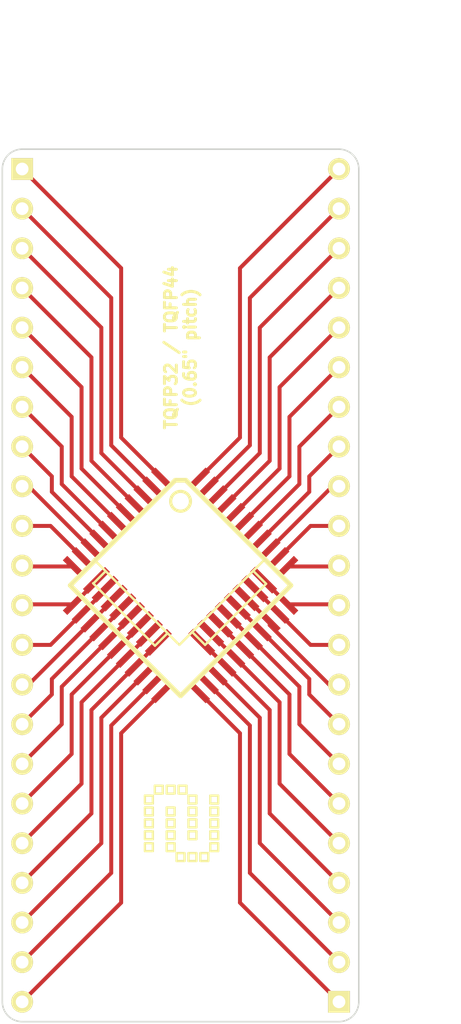
<source format=kicad_pcb>
(kicad_pcb (version 3) (host pcbnew "(22-Jun-2014 BZR 4027)-stable")

  (general
    (links 60)
    (no_connects 0)
    (area 0 0 0 0)
    (thickness 1.6)
    (drawings 12)
    (tracks 153)
    (zones 0)
    (modules 5)
    (nets 45)
  )

  (page A3)
  (layers
    (15 F.Cu signal)
    (0 B.Cu signal)
    (16 B.Adhes user)
    (17 F.Adhes user)
    (18 B.Paste user)
    (19 F.Paste user)
    (20 B.SilkS user)
    (21 F.SilkS user)
    (22 B.Mask user)
    (23 F.Mask user)
    (24 Dwgs.User user)
    (25 Cmts.User user)
    (26 Eco1.User user)
    (27 Eco2.User user)
    (28 Edge.Cuts user)
  )

  (setup
    (last_trace_width 0.254)
    (trace_clearance 0.254)
    (zone_clearance 0.508)
    (zone_45_only no)
    (trace_min 0.254)
    (segment_width 0.2)
    (edge_width 0.1)
    (via_size 0.889)
    (via_drill 0.635)
    (via_min_size 0.889)
    (via_min_drill 0.508)
    (uvia_size 0.508)
    (uvia_drill 0.127)
    (uvias_allowed no)
    (uvia_min_size 0.508)
    (uvia_min_drill 0.127)
    (pcb_text_width 0.3)
    (pcb_text_size 1.5 1.5)
    (mod_edge_width 0.15)
    (mod_text_size 1 1)
    (mod_text_width 0.15)
    (pad_size 0.4064 2.032)
    (pad_drill 0)
    (pad_to_mask_clearance 0)
    (aux_axis_origin 0 0)
    (visible_elements FFFFFFBF)
    (pcbplotparams
      (layerselection 3178497)
      (usegerberextensions true)
      (excludeedgelayer true)
      (linewidth 0.150000)
      (plotframeref false)
      (viasonmask false)
      (mode 1)
      (useauxorigin false)
      (hpglpennumber 1)
      (hpglpenspeed 20)
      (hpglpendiameter 15)
      (hpglpenoverlay 2)
      (psnegative false)
      (psa4output false)
      (plotreference true)
      (plotvalue true)
      (plotothertext true)
      (plotinvisibletext false)
      (padsonsilk false)
      (subtractmaskfromsilk false)
      (outputformat 1)
      (mirror false)
      (drillshape 1)
      (scaleselection 1)
      (outputdirectory ""))
  )

  (net 0 "")
  (net 1 N-000001)
  (net 2 N-0000010)
  (net 3 N-0000011)
  (net 4 N-0000012)
  (net 5 N-0000013)
  (net 6 N-0000014)
  (net 7 N-0000015)
  (net 8 N-0000016)
  (net 9 N-0000017)
  (net 10 N-0000018)
  (net 11 N-0000019)
  (net 12 N-000002)
  (net 13 N-0000020)
  (net 14 N-0000021)
  (net 15 N-0000022)
  (net 16 N-0000023)
  (net 17 N-0000024)
  (net 18 N-0000025)
  (net 19 N-0000026)
  (net 20 N-0000027)
  (net 21 N-0000028)
  (net 22 N-0000029)
  (net 23 N-000003)
  (net 24 N-0000030)
  (net 25 N-0000031)
  (net 26 N-0000032)
  (net 27 N-0000033)
  (net 28 N-0000034)
  (net 29 N-0000035)
  (net 30 N-0000036)
  (net 31 N-0000037)
  (net 32 N-0000038)
  (net 33 N-0000039)
  (net 34 N-000004)
  (net 35 N-0000040)
  (net 36 N-0000041)
  (net 37 N-0000042)
  (net 38 N-0000043)
  (net 39 N-0000044)
  (net 40 N-000005)
  (net 41 N-000006)
  (net 42 N-000007)
  (net 43 N-000008)
  (net 44 N-000009)

  (net_class Default "This is the default net class."
    (clearance 0.254)
    (trace_width 0.254)
    (via_dia 0.889)
    (via_drill 0.635)
    (uvia_dia 0.508)
    (uvia_drill 0.127)
    (add_net "")
    (add_net N-000001)
    (add_net N-0000010)
    (add_net N-0000011)
    (add_net N-0000012)
    (add_net N-0000013)
    (add_net N-0000014)
    (add_net N-0000015)
    (add_net N-0000016)
    (add_net N-0000017)
    (add_net N-0000018)
    (add_net N-0000019)
    (add_net N-000002)
    (add_net N-0000020)
    (add_net N-0000021)
    (add_net N-0000022)
    (add_net N-0000023)
    (add_net N-0000024)
    (add_net N-0000025)
    (add_net N-0000026)
    (add_net N-0000027)
    (add_net N-0000028)
    (add_net N-0000029)
    (add_net N-000003)
    (add_net N-0000030)
    (add_net N-0000031)
    (add_net N-0000032)
    (add_net N-0000033)
    (add_net N-0000034)
    (add_net N-0000035)
    (add_net N-0000036)
    (add_net N-0000037)
    (add_net N-0000038)
    (add_net N-0000039)
    (add_net N-000004)
    (add_net N-0000040)
    (add_net N-0000041)
    (add_net N-0000042)
    (add_net N-0000043)
    (add_net N-0000044)
    (add_net N-000005)
    (add_net N-000006)
    (add_net N-000007)
    (add_net N-000008)
    (add_net N-000009)
  )

  (module TQFP32 (layer F.Cu) (tedit 54DC26CB) (tstamp 54DC2EB3)
    (at 78.7146 77.0382 315)
    (path /54DC2180)
    (fp_text reference K4 (at 0 -1.27 315) (layer F.SilkS) hide
      (effects (font (size 1.27 1.016) (thickness 0.2032)))
    )
    (fp_text value PINS_32 (at 0 1.905 315) (layer F.SilkS) hide
      (effects (font (size 1.27 1.016) (thickness 0.2032)))
    )
    (fp_line (start 5.0292 2.7686) (end 3.8862 2.7686) (layer F.SilkS) (width 0.1524))
    (fp_line (start 5.0292 -2.7686) (end 3.9116 -2.7686) (layer F.SilkS) (width 0.1524))
    (fp_line (start 5.0292 2.7686) (end 5.0292 -2.7686) (layer F.SilkS) (width 0.1524))
    (fp_line (start 2.794 3.9624) (end 2.794 5.0546) (layer F.SilkS) (width 0.1524))
    (fp_line (start -2.8194 3.9878) (end -2.8194 5.0546) (layer F.SilkS) (width 0.1524))
    (fp_line (start -2.8448 5.0546) (end 2.794 5.08) (layer F.SilkS) (width 0.1524))
    (fp_line (start 3.8608 3.937) (end 3.8608 -3.7846) (layer F.SilkS) (width 0.1524))
    (fp_line (start -3.8862 3.937) (end 3.7338 3.937) (layer F.SilkS) (width 0.1524))
    (pad 24 smd rect (at 4.7498 -2.8194 315) (size 1.99898 0.44958)
      (layers F.Cu F.Paste F.Mask)
      (net 22 N-0000029)
    )
    (pad 17 smd rect (at 4.7498 2.794 315) (size 1.99898 0.44958)
      (layers F.Cu F.Paste F.Mask)
      (net 28 N-0000034)
    )
    (pad 18 smd rect (at 4.7498 1.9812 315) (size 1.99898 0.44958)
      (layers F.Cu F.Paste F.Mask)
      (net 5 N-0000013)
    )
    (pad 19 smd rect (at 4.7498 1.1684 315) (size 1.99898 0.44958)
      (layers F.Cu F.Paste F.Mask)
      (net 7 N-0000015)
    )
    (pad 20 smd rect (at 4.7498 0.381 315) (size 1.99898 0.44958)
      (layers F.Cu F.Paste F.Mask)
      (net 27 N-0000033)
    )
    (pad 21 smd rect (at 4.7498 -0.4318 315) (size 1.99898 0.44958)
      (layers F.Cu F.Paste F.Mask)
      (net 26 N-0000032)
    )
    (pad 22 smd rect (at 4.7498 -1.2192 315) (size 1.99898 0.44958)
      (layers F.Cu F.Paste F.Mask)
      (net 25 N-0000031)
    )
    (pad 23 smd rect (at 4.7498 -2.032 315) (size 1.99898 0.44958)
      (layers F.Cu F.Paste F.Mask)
      (net 15 N-0000022)
    )
    (pad 9 smd rect (at -2.8194 4.7752 315) (size 0.44958 1.99898)
      (layers F.Cu F.Paste F.Mask)
      (net 39 N-0000044)
    )
    (pad 10 smd rect (at -2.032 4.7752 315) (size 0.44958 1.99898)
      (layers F.Cu F.Paste F.Mask)
      (net 24 N-0000030)
    )
    (pad 11 smd rect (at -1.2192 4.7752 315) (size 0.44958 1.99898)
      (layers F.Cu F.Paste F.Mask)
      (net 16 N-0000023)
    )
    (pad 12 smd rect (at -0.4318 4.7752 315) (size 0.44958 1.99898)
      (layers F.Cu F.Paste F.Mask)
      (net 17 N-0000024)
    )
    (pad 13 smd rect (at 0.3556 4.7752 315) (size 0.44958 1.99898)
      (layers F.Cu F.Paste F.Mask)
      (net 18 N-0000025)
    )
    (pad 14 smd rect (at 1.1684 4.7752 315) (size 0.44958 1.99898)
      (layers F.Cu F.Paste F.Mask)
      (net 19 N-0000026)
    )
    (pad 15 smd rect (at 1.9812 4.7752 315) (size 0.44958 1.99898)
      (layers F.Cu F.Paste F.Mask)
      (net 20 N-0000027)
    )
    (pad 16 smd rect (at 2.794 4.7752 315) (size 0.44958 1.99898)
      (layers F.Cu F.Paste F.Mask)
      (net 21 N-0000028)
    )
    (model smd/tqfp32.wrl
      (at (xyz 0 0 0))
      (scale (xyz 1 1 1))
      (rotate (xyz 0 0 0))
    )
  )

  (module SIL-18 (layer F.Cu) (tedit 54DC1445) (tstamp 54DC140A)
    (at 88.9 83.82 90)
    (descr "Connecteur 18 pins")
    (tags "CONN DEV")
    (path /54DC1C5C)
    (fp_text reference K3 (at -12.7 -2.54 90) (layer F.SilkS) hide
      (effects (font (size 1.72974 1.08712) (thickness 0.27178)))
    )
    (fp_text value PINS_22 (at 8.89 -2.54 90) (layer F.SilkS) hide
      (effects (font (size 1.524 1.016) (thickness 0.254)))
    )
    (pad 1 thru_hole rect (at -21.59 0 90) (size 1.397 1.397) (drill 0.8128)
      (layers *.Cu *.Mask F.SilkS)
      (net 41 N-000006)
    )
    (pad 2 thru_hole circle (at -19.05 0 90) (size 1.397 1.397) (drill 0.8128)
      (layers *.Cu *.Mask F.SilkS)
      (net 1 N-000001)
    )
    (pad 3 thru_hole circle (at -16.51 0 90) (size 1.397 1.397) (drill 0.8128)
      (layers *.Cu *.Mask F.SilkS)
      (net 12 N-000002)
    )
    (pad 4 thru_hole circle (at -13.97 0 90) (size 1.397 1.397) (drill 0.8128)
      (layers *.Cu *.Mask F.SilkS)
      (net 28 N-0000034)
    )
    (pad 5 thru_hole circle (at -11.43 0 90) (size 1.397 1.397) (drill 0.8128)
      (layers *.Cu *.Mask F.SilkS)
      (net 5 N-0000013)
    )
    (pad 6 thru_hole circle (at -8.89 0 90) (size 1.397 1.397) (drill 0.8128)
      (layers *.Cu *.Mask F.SilkS)
      (net 7 N-0000015)
    )
    (pad 7 thru_hole circle (at -6.35 0 90) (size 1.397 1.397) (drill 0.8128)
      (layers *.Cu *.Mask F.SilkS)
      (net 27 N-0000033)
    )
    (pad 8 thru_hole circle (at -3.81 0 90) (size 1.397 1.397) (drill 0.8128)
      (layers *.Cu *.Mask F.SilkS)
      (net 26 N-0000032)
    )
    (pad 9 thru_hole circle (at -1.27 0 90) (size 1.397 1.397) (drill 0.8128)
      (layers *.Cu *.Mask F.SilkS)
      (net 25 N-0000031)
    )
    (pad 10 thru_hole circle (at 1.27 0 90) (size 1.397 1.397) (drill 0.8128)
      (layers *.Cu *.Mask F.SilkS)
      (net 15 N-0000022)
    )
    (pad 11 thru_hole circle (at 3.81 0 90) (size 1.397 1.397) (drill 0.8128)
      (layers *.Cu *.Mask F.SilkS)
      (net 22 N-0000029)
    )
    (pad 12 thru_hole circle (at 6.35 0 90) (size 1.397 1.397) (drill 0.8128)
      (layers *.Cu *.Mask F.SilkS)
      (net 23 N-000003)
    )
    (pad 13 thru_hole circle (at 8.89 0 90) (size 1.397 1.397) (drill 0.8128)
      (layers *.Cu *.Mask F.SilkS)
      (net 34 N-000004)
    )
    (pad 14 thru_hole circle (at 11.43 0 90) (size 1.397 1.397) (drill 0.8128)
      (layers *.Cu *.Mask F.SilkS)
      (net 40 N-000005)
    )
    (pad 15 thru_hole circle (at 13.97 0 90) (size 1.397 1.397) (drill 0.8128)
      (layers *.Cu *.Mask F.SilkS)
      (net 38 N-0000043)
    )
    (pad 16 thru_hole circle (at 16.51 0 90) (size 1.397 1.397) (drill 0.8128)
      (layers *.Cu *.Mask F.SilkS)
      (net 37 N-0000042)
    )
    (pad 17 thru_hole circle (at 19.05 0 90) (size 1.397 1.397) (drill 0.8128)
      (layers *.Cu *.Mask F.SilkS)
      (net 4 N-0000012)
    )
    (pad 18 thru_hole circle (at 21.59 0 90) (size 1.397 1.397) (drill 0.8128)
      (layers *.Cu *.Mask F.SilkS)
      (net 6 N-0000014)
    )
    (pad 19 thru_hole circle (at 24.13 0 90) (size 1.397 1.397) (drill 0.8128)
      (layers *.Cu *.Mask F.SilkS)
      (net 8 N-0000016)
    )
    (pad 20 thru_hole circle (at 26.67 0 90) (size 1.397 1.397) (drill 0.8128)
      (layers *.Cu *.Mask F.SilkS)
      (net 29 N-0000035)
    )
    (pad 21 thru_hole circle (at 29.21 0 90) (size 1.397 1.397) (drill 0.8128)
      (layers *.Cu *.Mask F.SilkS)
      (net 36 N-0000041)
    )
    (pad 22 thru_hole circle (at 31.75 0 90) (size 1.397 1.397) (drill 0.8128)
      (layers *.Cu *.Mask F.SilkS)
      (net 35 N-0000040)
    )
  )

  (module SIL-18 (layer F.Cu) (tedit 54DC1407) (tstamp 54DC13EF)
    (at 68.58 73.66 270)
    (descr "Connecteur 18 pins")
    (tags "CONN DEV")
    (path /54DC1C4F)
    (fp_text reference K2 (at -12.7 -2.54 270) (layer F.SilkS) hide
      (effects (font (size 1.72974 1.08712) (thickness 0.27178)))
    )
    (fp_text value PINS_22 (at 8.89 -2.54 270) (layer F.SilkS) hide
      (effects (font (size 1.524 1.016) (thickness 0.254)))
    )
    (pad 1 thru_hole rect (at -21.59 0 270) (size 1.397 1.397) (drill 0.8128)
      (layers *.Cu *.Mask F.SilkS)
      (net 42 N-000007)
    )
    (pad 2 thru_hole circle (at -19.05 0 270) (size 1.397 1.397) (drill 0.8128)
      (layers *.Cu *.Mask F.SilkS)
      (net 43 N-000008)
    )
    (pad 3 thru_hole circle (at -16.51 0 270) (size 1.397 1.397) (drill 0.8128)
      (layers *.Cu *.Mask F.SilkS)
      (net 44 N-000009)
    )
    (pad 4 thru_hole circle (at -13.97 0 270) (size 1.397 1.397) (drill 0.8128)
      (layers *.Cu *.Mask F.SilkS)
      (net 2 N-0000010)
    )
    (pad 5 thru_hole circle (at -11.43 0 270) (size 1.397 1.397) (drill 0.8128)
      (layers *.Cu *.Mask F.SilkS)
      (net 30 N-0000036)
    )
    (pad 6 thru_hole circle (at -8.89 0 270) (size 1.397 1.397) (drill 0.8128)
      (layers *.Cu *.Mask F.SilkS)
      (net 31 N-0000037)
    )
    (pad 7 thru_hole circle (at -6.35 0 270) (size 1.397 1.397) (drill 0.8128)
      (layers *.Cu *.Mask F.SilkS)
      (net 32 N-0000038)
    )
    (pad 8 thru_hole circle (at -3.81 0 270) (size 1.397 1.397) (drill 0.8128)
      (layers *.Cu *.Mask F.SilkS)
      (net 33 N-0000039)
    )
    (pad 9 thru_hole circle (at -1.27 0 270) (size 1.397 1.397) (drill 0.8128)
      (layers *.Cu *.Mask F.SilkS)
      (net 3 N-0000011)
    )
    (pad 10 thru_hole circle (at 1.27 0 270) (size 1.397 1.397) (drill 0.8128)
      (layers *.Cu *.Mask F.SilkS)
      (net 9 N-0000017)
    )
    (pad 11 thru_hole circle (at 3.81 0 270) (size 1.397 1.397) (drill 0.8128)
      (layers *.Cu *.Mask F.SilkS)
      (net 10 N-0000018)
    )
    (pad 12 thru_hole circle (at 6.35 0 270) (size 1.397 1.397) (drill 0.8128)
      (layers *.Cu *.Mask F.SilkS)
      (net 39 N-0000044)
    )
    (pad 13 thru_hole circle (at 8.89 0 270) (size 1.397 1.397) (drill 0.8128)
      (layers *.Cu *.Mask F.SilkS)
      (net 24 N-0000030)
    )
    (pad 14 thru_hole circle (at 11.43 0 270) (size 1.397 1.397) (drill 0.8128)
      (layers *.Cu *.Mask F.SilkS)
      (net 16 N-0000023)
    )
    (pad 15 thru_hole circle (at 13.97 0 270) (size 1.397 1.397) (drill 0.8128)
      (layers *.Cu *.Mask F.SilkS)
      (net 17 N-0000024)
    )
    (pad 16 thru_hole circle (at 16.51 0 270) (size 1.397 1.397) (drill 0.8128)
      (layers *.Cu *.Mask F.SilkS)
      (net 18 N-0000025)
    )
    (pad 17 thru_hole circle (at 19.05 0 270) (size 1.397 1.397) (drill 0.8128)
      (layers *.Cu *.Mask F.SilkS)
      (net 19 N-0000026)
    )
    (pad 18 thru_hole circle (at 21.59 0 270) (size 1.397 1.397) (drill 0.8128)
      (layers *.Cu *.Mask F.SilkS)
      (net 20 N-0000027)
    )
    (pad 19 thru_hole circle (at 24.13 0 270) (size 1.397 1.397) (drill 0.8128)
      (layers *.Cu *.Mask F.SilkS)
      (net 21 N-0000028)
    )
    (pad 20 thru_hole circle (at 26.67 0 270) (size 1.397 1.397) (drill 0.8128)
      (layers *.Cu *.Mask F.SilkS)
      (net 11 N-0000019)
    )
    (pad 21 thru_hole circle (at 29.21 0 270) (size 1.397 1.397) (drill 0.8128)
      (layers *.Cu *.Mask F.SilkS)
      (net 13 N-0000020)
    )
    (pad 22 thru_hole circle (at 31.75 0 270) (size 1.397 1.397) (drill 0.8128)
      (layers *.Cu *.Mask F.SilkS)
      (net 14 N-0000021)
    )
  )

  (module TQFP44 (layer F.Cu) (tedit 54DC237F) (tstamp 54DC13D4)
    (at 78.74 78.74 315)
    (path /54DC1C40)
    (attr smd)
    (fp_text reference K1 (at 0 -1.905 315) (layer F.SilkS) hide
      (effects (font (size 1.524 1.016) (thickness 0.2032)))
    )
    (fp_text value PINS_44 (at 0 1.905 315) (layer F.SilkS) hide
      (effects (font (size 1.524 1.016) (thickness 0.2032)))
    )
    (fp_line (start 5.0038 -5.0038) (end 5.0038 5.0038) (layer F.SilkS) (width 0.3048))
    (fp_line (start 5.0038 5.0038) (end -5.0038 5.0038) (layer F.SilkS) (width 0.3048))
    (fp_line (start -5.0038 -4.5212) (end -5.0038 5.0038) (layer F.SilkS) (width 0.3048))
    (fp_line (start -4.5212 -5.0038) (end 5.0038 -5.0038) (layer F.SilkS) (width 0.3048))
    (fp_line (start -5.0038 -4.5212) (end -4.5212 -5.0038) (layer F.SilkS) (width 0.3048))
    (fp_circle (center -3.81 -3.81) (end -3.81 -3.175) (layer F.SilkS) (width 0.2032))
    (pad 39 smd rect (at 0 -5.715 315) (size 0.4064 1.524)
      (layers F.Cu F.Paste F.Mask)
      (net 4 N-0000012)
    )
    (pad 40 smd rect (at -0.8001 -5.715 315) (size 0.4064 1.524)
      (layers F.Cu F.Paste F.Mask)
      (net 6 N-0000014)
    )
    (pad 41 smd rect (at -1.6002 -5.715 315) (size 0.4064 1.524)
      (layers F.Cu F.Paste F.Mask)
      (net 8 N-0000016)
    )
    (pad 42 smd rect (at -2.4003 -5.715 315) (size 0.4064 1.524)
      (layers F.Cu F.Paste F.Mask)
      (net 29 N-0000035)
    )
    (pad 43 smd rect (at -3.2004 -5.715 315) (size 0.4064 1.524)
      (layers F.Cu F.Paste F.Mask)
      (net 36 N-0000041)
    )
    (pad 44 smd rect (at -4.0005 -5.715 315) (size 0.4064 1.524)
      (layers F.Cu F.Paste F.Mask)
      (net 35 N-0000040)
    )
    (pad 38 smd rect (at 0.8001 -5.715 315) (size 0.4064 1.524)
      (layers F.Cu F.Paste F.Mask)
      (net 37 N-0000042)
    )
    (pad 37 smd rect (at 1.6002 -5.715 315) (size 0.4064 1.524)
      (layers F.Cu F.Paste F.Mask)
      (net 38 N-0000043)
    )
    (pad 36 smd rect (at 2.4003 -5.715 315) (size 0.4064 1.524)
      (layers F.Cu F.Paste F.Mask)
      (net 40 N-000005)
    )
    (pad 35 smd rect (at 3.2004 -5.715 315) (size 0.4064 1.524)
      (layers F.Cu F.Paste F.Mask)
      (net 34 N-000004)
    )
    (pad 34 smd rect (at 4.0005 -5.715 315) (size 0.4064 1.524)
      (layers F.Cu F.Paste F.Mask)
      (net 23 N-000003)
    )
    (pad 17 smd rect (at 0 5.715 315) (size 0.4064 1.524)
      (layers F.Cu F.Paste F.Mask)
      (net 19 N-0000026)
    )
    (pad 16 smd rect (at -0.8001 5.715 315) (size 0.4064 1.524)
      (layers F.Cu F.Paste F.Mask)
      (net 18 N-0000025)
    )
    (pad 15 smd rect (at -1.6002 5.715 315) (size 0.4064 1.524)
      (layers F.Cu F.Paste F.Mask)
      (net 17 N-0000024)
    )
    (pad 14 smd rect (at -2.4003 5.715 315) (size 0.4064 1.524)
      (layers F.Cu F.Paste F.Mask)
      (net 16 N-0000023)
    )
    (pad 13 smd rect (at -3.2004 5.715 315) (size 0.4064 1.524)
      (layers F.Cu F.Paste F.Mask)
      (net 24 N-0000030)
    )
    (pad 12 smd rect (at -4.0005 5.715 315) (size 0.4064 1.524)
      (layers F.Cu F.Paste F.Mask)
      (net 39 N-0000044)
    )
    (pad 18 smd rect (at 0.8001 5.715 315) (size 0.4064 1.524)
      (layers F.Cu F.Paste F.Mask)
      (net 20 N-0000027)
    )
    (pad 19 smd rect (at 1.6002 5.715 315) (size 0.4064 1.524)
      (layers F.Cu F.Paste F.Mask)
      (net 21 N-0000028)
    )
    (pad 20 smd rect (at 2.4003 5.715 315) (size 0.4064 1.524)
      (layers F.Cu F.Paste F.Mask)
      (net 11 N-0000019)
    )
    (pad 21 smd rect (at 3.2004 5.715 315) (size 0.4064 1.524)
      (layers F.Cu F.Paste F.Mask)
      (net 13 N-0000020)
    )
    (pad 22 smd rect (at 4.0005 5.715 315) (size 0.4064 1.524)
      (layers F.Cu F.Paste F.Mask)
      (net 14 N-0000021)
    )
    (pad 6 smd rect (at -5.715 0 315) (size 1.524 0.4064)
      (layers F.Cu F.Paste F.Mask)
      (net 31 N-0000037)
    )
    (pad 28 smd rect (at 5.715 0 315) (size 1.524 0.4064)
      (layers F.Cu F.Paste F.Mask)
      (net 7 N-0000015)
    )
    (pad 7 smd rect (at -5.715 0.8001 315) (size 1.524 0.4064)
      (layers F.Cu F.Paste F.Mask)
      (net 32 N-0000038)
    )
    (pad 27 smd rect (at 5.715 0.8001 315) (size 1.524 0.4064)
      (layers F.Cu F.Paste F.Mask)
      (net 5 N-0000013)
    )
    (pad 26 smd rect (at 5.715 1.6002 315) (size 1.524 0.4064)
      (layers F.Cu F.Paste F.Mask)
      (net 28 N-0000034)
    )
    (pad 8 smd rect (at -5.715 1.6002 315) (size 1.524 0.4064)
      (layers F.Cu F.Paste F.Mask)
      (net 33 N-0000039)
    )
    (pad 9 smd rect (at -5.715 2.4003 315) (size 1.524 0.4064)
      (layers F.Cu F.Paste F.Mask)
      (net 3 N-0000011)
    )
    (pad 25 smd rect (at 5.715 2.4003 315) (size 1.524 0.4064)
      (layers F.Cu F.Paste F.Mask)
      (net 12 N-000002)
    )
    (pad 24 smd rect (at 5.715 3.2004 315) (size 1.524 0.4064)
      (layers F.Cu F.Paste F.Mask)
      (net 1 N-000001)
    )
    (pad 10 smd rect (at -5.715 3.2004 315) (size 1.524 0.4064)
      (layers F.Cu F.Paste F.Mask)
      (net 9 N-0000017)
    )
    (pad 11 smd rect (at -5.715 4.0005 315) (size 1.524 0.4064)
      (layers F.Cu F.Paste F.Mask)
      (net 10 N-0000018)
    )
    (pad 23 smd rect (at 5.715 4.0005 315) (size 1.524 0.4064)
      (layers F.Cu F.Paste F.Mask)
      (net 41 N-000006)
    )
    (pad 29 smd rect (at 5.715 -0.8001 315) (size 1.524 0.4064)
      (layers F.Cu F.Paste F.Mask)
      (net 27 N-0000033)
    )
    (pad 5 smd rect (at -5.715 -0.8001 315) (size 1.524 0.4064)
      (layers F.Cu F.Paste F.Mask)
      (net 30 N-0000036)
    )
    (pad 4 smd rect (at -5.715 -1.6002 315) (size 1.524 0.4064)
      (layers F.Cu F.Paste F.Mask)
      (net 2 N-0000010)
    )
    (pad 30 smd rect (at 5.715 -1.6002 315) (size 1.524 0.4064)
      (layers F.Cu F.Paste F.Mask)
      (net 26 N-0000032)
    )
    (pad 31 smd rect (at 5.715 -2.4003 315) (size 1.524 0.4064)
      (layers F.Cu F.Paste F.Mask)
      (net 25 N-0000031)
    )
    (pad 3 smd rect (at -5.715 -2.4003 315) (size 1.524 0.4064)
      (layers F.Cu F.Paste F.Mask)
      (net 44 N-000009)
    )
    (pad 2 smd rect (at -5.715 -3.2004 315) (size 1.524 0.4064)
      (layers F.Cu F.Paste F.Mask)
      (net 43 N-000008)
    )
    (pad 32 smd rect (at 5.715 -3.2004 315) (size 1.524 0.4064)
      (layers F.Cu F.Paste F.Mask)
      (net 15 N-0000022)
    )
    (pad 33 smd rect (at 5.715 -4.0005 315) (size 1.524 0.4064)
      (layers F.Cu F.Paste F.Mask)
      (net 22 N-0000029)
    )
    (pad 1 smd rect (at -5.715 -4.0005 315) (size 1.524 0.4064)
      (layers F.Cu F.Paste F.Mask)
      (net 42 N-000007)
    )
  )

  (module DIGITALCAVE_LOGO (layer F.Cu) (tedit 54639F29) (tstamp 54DC998E)
    (at 78.74 93.98 90)
    (fp_text reference VAL (at 0 0 90) (layer F.SilkS) hide
      (effects (font (size 0.381 0.381) (thickness 0.127)))
    )
    (fp_text value REF (at 0 0 90) (layer F.SilkS) hide
      (effects (font (size 0.381 0.381) (thickness 0.127)))
    )
    (fp_line (start 1.27 1.905) (end 1.778 1.905) (layer F.SilkS) (width 0.15))
    (fp_line (start 1.778 1.905) (end 1.778 2.413) (layer F.SilkS) (width 0.15))
    (fp_line (start 1.778 2.413) (end 1.27 2.413) (layer F.SilkS) (width 0.15))
    (fp_line (start 1.27 2.413) (end 1.27 1.905) (layer F.SilkS) (width 0.15))
    (fp_line (start 0.508 1.905) (end 1.016 1.905) (layer F.SilkS) (width 0.15))
    (fp_line (start 1.016 1.905) (end 1.016 2.413) (layer F.SilkS) (width 0.15))
    (fp_line (start 1.016 2.413) (end 0.508 2.413) (layer F.SilkS) (width 0.15))
    (fp_line (start 0.508 2.413) (end 0.508 1.905) (layer F.SilkS) (width 0.15))
    (fp_line (start -0.254 1.905) (end 0.254 1.905) (layer F.SilkS) (width 0.15))
    (fp_line (start 0.254 1.905) (end 0.254 2.413) (layer F.SilkS) (width 0.15))
    (fp_line (start 0.254 2.413) (end -0.254 2.413) (layer F.SilkS) (width 0.15))
    (fp_line (start -0.254 2.413) (end -0.254 1.905) (layer F.SilkS) (width 0.15))
    (fp_line (start -1.016 1.905) (end -0.508 1.905) (layer F.SilkS) (width 0.15))
    (fp_line (start -0.508 1.905) (end -0.508 2.413) (layer F.SilkS) (width 0.15))
    (fp_line (start -0.508 2.413) (end -1.016 2.413) (layer F.SilkS) (width 0.15))
    (fp_line (start -1.016 2.413) (end -1.016 1.905) (layer F.SilkS) (width 0.15))
    (fp_line (start -1.778 1.905) (end -1.27 1.905) (layer F.SilkS) (width 0.15))
    (fp_line (start -1.27 1.905) (end -1.27 2.413) (layer F.SilkS) (width 0.15))
    (fp_line (start -1.27 2.413) (end -1.778 2.413) (layer F.SilkS) (width 0.15))
    (fp_line (start -1.778 2.413) (end -1.778 1.905) (layer F.SilkS) (width 0.15))
    (fp_line (start -2.413 1.27) (end -1.905 1.27) (layer F.SilkS) (width 0.15))
    (fp_line (start -1.905 1.27) (end -1.905 1.778) (layer F.SilkS) (width 0.15))
    (fp_line (start -1.905 1.778) (end -2.413 1.778) (layer F.SilkS) (width 0.15))
    (fp_line (start -2.413 1.778) (end -2.413 1.27) (layer F.SilkS) (width 0.15))
    (fp_line (start -1.905 0.508) (end -1.905 1.016) (layer F.SilkS) (width 0.15))
    (fp_line (start -1.905 1.016) (end -2.413 1.016) (layer F.SilkS) (width 0.15))
    (fp_line (start -2.413 1.016) (end -2.413 0.508) (layer F.SilkS) (width 0.15))
    (fp_line (start -2.413 0.508) (end -1.905 0.508) (layer F.SilkS) (width 0.15))
    (fp_line (start -1.905 -0.254) (end -1.905 0.254) (layer F.SilkS) (width 0.15))
    (fp_line (start -1.905 0.254) (end -2.413 0.254) (layer F.SilkS) (width 0.15))
    (fp_line (start -2.413 0.254) (end -2.413 -0.254) (layer F.SilkS) (width 0.15))
    (fp_line (start -2.413 -0.254) (end -1.905 -0.254) (layer F.SilkS) (width 0.15))
    (fp_line (start -1.27 -0.889) (end -1.27 -0.381) (layer F.SilkS) (width 0.15))
    (fp_line (start -1.27 -0.381) (end -1.778 -0.381) (layer F.SilkS) (width 0.15))
    (fp_line (start -1.778 -0.381) (end -1.778 -0.889) (layer F.SilkS) (width 0.15))
    (fp_line (start -1.778 -0.889) (end -1.27 -0.889) (layer F.SilkS) (width 0.15))
    (fp_line (start -0.508 -0.381) (end -0.508 -0.889) (layer F.SilkS) (width 0.15))
    (fp_line (start -0.508 -0.889) (end -1.016 -0.889) (layer F.SilkS) (width 0.15))
    (fp_line (start -1.016 -0.889) (end -1.016 -0.381) (layer F.SilkS) (width 0.15))
    (fp_line (start -1.016 -0.381) (end -0.508 -0.381) (layer F.SilkS) (width 0.15))
    (fp_line (start 0.254 -0.889) (end 0.254 -0.381) (layer F.SilkS) (width 0.15))
    (fp_line (start 0.254 -0.381) (end -0.254 -0.381) (layer F.SilkS) (width 0.15))
    (fp_line (start -0.254 -0.381) (end -0.254 -0.889) (layer F.SilkS) (width 0.15))
    (fp_line (start -0.254 -0.889) (end 0.254 -0.889) (layer F.SilkS) (width 0.15))
    (fp_line (start 1.016 -0.381) (end 1.016 -0.889) (layer F.SilkS) (width 0.15))
    (fp_line (start 1.016 -0.889) (end 0.508 -0.889) (layer F.SilkS) (width 0.15))
    (fp_line (start 0.508 -0.889) (end 0.508 -0.381) (layer F.SilkS) (width 0.15))
    (fp_line (start 0.508 -0.381) (end 1.016 -0.381) (layer F.SilkS) (width 0.15))
    (fp_line (start -0.508 1.016) (end -0.508 0.508) (layer F.SilkS) (width 0.15))
    (fp_line (start -0.508 0.508) (end -1.016 0.508) (layer F.SilkS) (width 0.15))
    (fp_line (start -1.016 0.508) (end -1.016 1.016) (layer F.SilkS) (width 0.15))
    (fp_line (start -1.016 1.016) (end -0.508 1.016) (layer F.SilkS) (width 0.15))
    (fp_line (start 0.254 1.016) (end -0.254 1.016) (layer F.SilkS) (width 0.15))
    (fp_line (start -0.254 1.016) (end -0.254 0.508) (layer F.SilkS) (width 0.15))
    (fp_line (start 0.254 1.016) (end 0.254 0.508) (layer F.SilkS) (width 0.15))
    (fp_line (start 0.254 0.508) (end -0.254 0.508) (layer F.SilkS) (width 0.15))
    (fp_line (start 1.016 0.508) (end 1.016 1.016) (layer F.SilkS) (width 0.15))
    (fp_line (start 1.016 1.016) (end 0.508 1.016) (layer F.SilkS) (width 0.15))
    (fp_line (start 0.508 1.016) (end 0.508 0.508) (layer F.SilkS) (width 0.15))
    (fp_line (start 0.508 0.508) (end 1.016 0.508) (layer F.SilkS) (width 0.15))
    (fp_line (start 1.778 0.508) (end 1.778 1.016) (layer F.SilkS) (width 0.15))
    (fp_line (start 1.778 1.016) (end 1.27 1.016) (layer F.SilkS) (width 0.15))
    (fp_line (start 1.27 1.016) (end 1.27 0.508) (layer F.SilkS) (width 0.15))
    (fp_line (start 1.27 0.508) (end 1.778 0.508) (layer F.SilkS) (width 0.15))
    (fp_line (start 1.905 -0.127) (end 2.413 -0.127) (layer F.SilkS) (width 0.15))
    (fp_line (start 2.413 -0.127) (end 2.413 0.381) (layer F.SilkS) (width 0.15))
    (fp_line (start 2.413 0.381) (end 1.905 0.381) (layer F.SilkS) (width 0.15))
    (fp_line (start 1.905 0.381) (end 1.905 -0.127) (layer F.SilkS) (width 0.15))
    (fp_line (start 1.905 -0.889) (end 2.413 -0.889) (layer F.SilkS) (width 0.15))
    (fp_line (start 2.413 -0.889) (end 2.413 -0.381) (layer F.SilkS) (width 0.15))
    (fp_line (start 2.413 -0.381) (end 1.905 -0.381) (layer F.SilkS) (width 0.15))
    (fp_line (start 1.905 -0.381) (end 1.905 -0.889) (layer F.SilkS) (width 0.15))
    (fp_line (start 1.905 -1.651) (end 2.413 -1.651) (layer F.SilkS) (width 0.15))
    (fp_line (start 2.413 -1.651) (end 2.413 -1.143) (layer F.SilkS) (width 0.15))
    (fp_line (start 2.413 -1.143) (end 1.905 -1.143) (layer F.SilkS) (width 0.15))
    (fp_line (start 1.905 -1.143) (end 1.905 -1.651) (layer F.SilkS) (width 0.15))
    (fp_line (start 1.27 -2.286) (end 1.27 -1.778) (layer F.SilkS) (width 0.15))
    (fp_line (start 1.27 -1.778) (end 1.778 -1.778) (layer F.SilkS) (width 0.15))
    (fp_line (start 1.778 -1.778) (end 1.778 -2.286) (layer F.SilkS) (width 0.15))
    (fp_line (start 1.778 -2.286) (end 1.27 -2.286) (layer F.SilkS) (width 0.15))
    (fp_line (start 0.508 -2.286) (end 0.508 -1.778) (layer F.SilkS) (width 0.15))
    (fp_line (start 0.508 -1.778) (end 1.016 -1.778) (layer F.SilkS) (width 0.15))
    (fp_line (start 1.016 -1.778) (end 1.016 -2.286) (layer F.SilkS) (width 0.15))
    (fp_line (start 1.016 -2.286) (end 0.508 -2.286) (layer F.SilkS) (width 0.15))
    (fp_line (start -0.254 -2.286) (end -0.254 -1.778) (layer F.SilkS) (width 0.15))
    (fp_line (start -0.254 -1.778) (end 0.254 -1.778) (layer F.SilkS) (width 0.15))
    (fp_line (start 0.254 -1.778) (end 0.254 -2.286) (layer F.SilkS) (width 0.15))
    (fp_line (start 0.254 -2.286) (end -0.254 -2.286) (layer F.SilkS) (width 0.15))
    (fp_line (start -1.016 -2.286) (end -1.016 -1.778) (layer F.SilkS) (width 0.15))
    (fp_line (start -1.016 -1.778) (end -0.508 -1.778) (layer F.SilkS) (width 0.15))
    (fp_line (start -0.508 -1.778) (end -0.508 -2.286) (layer F.SilkS) (width 0.15))
    (fp_line (start -0.508 -2.286) (end -1.016 -2.286) (layer F.SilkS) (width 0.15))
    (fp_line (start -1.778 -2.286) (end -1.778 -1.778) (layer F.SilkS) (width 0.15))
    (fp_line (start -1.778 -1.778) (end -1.27 -1.778) (layer F.SilkS) (width 0.15))
    (fp_line (start -1.27 -1.778) (end -1.27 -2.286) (layer F.SilkS) (width 0.15))
    (fp_line (start -1.27 -2.286) (end -1.778 -2.286) (layer F.SilkS) (width 0.15))
  )

  (dimension 55.88 (width 0.3) (layer Cmts.User)
    (gr_text "2.2000 in" (at 94.059999 78.74 270) (layer Cmts.User)
      (effects (font (size 1.5 1.5) (thickness 0.3)))
    )
    (feature1 (pts (xy 91.44 106.68) (xy 95.409999 106.68)))
    (feature2 (pts (xy 91.44 50.8) (xy 95.409999 50.8)))
    (crossbar (pts (xy 92.709999 50.8) (xy 92.709999 106.68)))
    (arrow1a (pts (xy 92.709999 106.68) (xy 92.123579 105.553497)))
    (arrow1b (pts (xy 92.709999 106.68) (xy 93.296419 105.553497)))
    (arrow2a (pts (xy 92.709999 50.8) (xy 92.123579 51.926503)))
    (arrow2b (pts (xy 92.709999 50.8) (xy 93.296419 51.926503)))
  )
  (dimension 22.86 (width 0.3) (layer Cmts.User)
    (gr_text "0.9000 in" (at 78.74 43.100001) (layer Cmts.User)
      (effects (font (size 1.5 1.5) (thickness 0.3)))
    )
    (feature1 (pts (xy 90.17 49.53) (xy 90.17 41.750001)))
    (feature2 (pts (xy 67.31 49.53) (xy 67.31 41.750001)))
    (crossbar (pts (xy 67.31 44.450001) (xy 90.17 44.450001)))
    (arrow1a (pts (xy 90.17 44.450001) (xy 89.043497 45.036421)))
    (arrow1b (pts (xy 90.17 44.450001) (xy 89.043497 43.863581)))
    (arrow2a (pts (xy 67.31 44.450001) (xy 68.436503 45.036421)))
    (arrow2b (pts (xy 67.31 44.450001) (xy 68.436503 43.863581)))
  )
  (dimension 20.32 (width 0.3) (layer Cmts.User)
    (gr_text "0.8000 in" (at 78.74 46.910001) (layer Cmts.User)
      (effects (font (size 1.5 1.5) (thickness 0.3)))
    )
    (feature1 (pts (xy 88.9 49.53) (xy 88.9 45.560001)))
    (feature2 (pts (xy 68.58 49.53) (xy 68.58 45.560001)))
    (crossbar (pts (xy 68.58 48.260001) (xy 88.9 48.260001)))
    (arrow1a (pts (xy 88.9 48.260001) (xy 87.773497 48.846421)))
    (arrow1b (pts (xy 88.9 48.260001) (xy 87.773497 47.673581)))
    (arrow2a (pts (xy 68.58 48.260001) (xy 69.706503 48.846421)))
    (arrow2b (pts (xy 68.58 48.260001) (xy 69.706503 47.673581)))
  )
  (gr_line (start 90.17 52.07) (end 90.17 105.41) (angle 90) (layer Edge.Cuts) (width 0.1))
  (gr_line (start 68.58 50.8) (end 88.9 50.8) (angle 90) (layer Edge.Cuts) (width 0.1))
  (gr_line (start 67.31 105.41) (end 67.31 52.07) (angle 90) (layer Edge.Cuts) (width 0.1))
  (gr_line (start 88.9 106.68) (end 68.58 106.68) (angle 90) (layer Edge.Cuts) (width 0.1))
  (gr_arc (start 88.9 105.41) (end 90.17 105.41) (angle 90) (layer Edge.Cuts) (width 0.1))
  (gr_arc (start 68.58 105.41) (end 68.58 106.68) (angle 90) (layer Edge.Cuts) (width 0.1))
  (gr_arc (start 68.58 52.07) (end 67.31 52.07) (angle 90) (layer Edge.Cuts) (width 0.1))
  (gr_arc (start 88.9 52.07) (end 88.9 50.8) (angle 90) (layer Edge.Cuts) (width 0.1))
  (gr_text "TQFP32 / TQFP44\n(0.65\" pitch)" (at 78.74 63.5 90) (layer F.SilkS)
    (effects (font (size 0.762 0.762) (thickness 0.1905)))
  )

  (segment (start 83.185 87.711049) (end 80.518091 85.04414) (width 0.254) (layer F.Cu) (net 1) (tstamp 54DC2BE7))
  (segment (start 88.9 102.87) (end 83.185 97.155) (width 0.254) (layer F.Cu) (net 1))
  (segment (start 83.185 97.155) (end 83.185 87.711049) (width 0.254) (layer F.Cu) (net 1) (tstamp 54DC2BE6))
  (segment (start 68.58 59.69) (end 73.025 64.135) (width 0.254) (layer F.Cu) (net 2))
  (segment (start 73.025 70.761975) (end 75.830397 73.567372) (width 0.254) (layer F.Cu) (net 2) (tstamp 54DC2B8F))
  (segment (start 73.025 64.135) (end 73.025 70.761975) (width 0.254) (layer F.Cu) (net 2) (tstamp 54DC2B8E))
  (segment (start 68.58 72.39) (end 68.995463 72.39) (width 0.254) (layer F.Cu) (net 3))
  (segment (start 68.995463 72.39) (end 73.001616 76.396153) (width 0.254) (layer F.Cu) (net 3) (tstamp 54DC2B29))
  (segment (start 88.9 64.77) (end 85.725 67.945) (width 0.254) (layer F.Cu) (net 4))
  (segment (start 85.725 71.755) (end 82.781115 74.698885) (width 0.254) (layer F.Cu) (net 4) (tstamp 54DC2BAC))
  (segment (start 85.725 67.945) (end 85.725 71.755) (width 0.254) (layer F.Cu) (net 4) (tstamp 54DC2BAB))
  (segment (start 80.672296 81.797736) (end 80.672296 81.803808) (width 0.254) (layer F.Cu) (net 5))
  (segment (start 80.672296 81.803808) (end 82.215359 83.346871) (width 0.254) (layer F.Cu) (net 5) (tstamp 54DC34F8))
  (segment (start 88.9 95.25) (end 85.09 91.44) (width 0.254) (layer F.Cu) (net 5))
  (segment (start 85.09 91.44) (end 85.09 86.221512) (width 0.254) (layer F.Cu) (net 5) (tstamp 54DC2BD7))
  (segment (start 85.09 86.221512) (end 82.215359 83.346871) (width 0.254) (layer F.Cu) (net 5) (tstamp 54DC2BD8))
  (segment (start 88.9 62.23) (end 85.09 66.04) (width 0.254) (layer F.Cu) (net 6))
  (segment (start 85.09 66.04) (end 85.09 71.258488) (width 0.254) (layer F.Cu) (net 6) (tstamp 54DC2BB0))
  (segment (start 85.09 71.258488) (end 82.215359 74.133129) (width 0.254) (layer F.Cu) (net 6) (tstamp 54DC2BB1))
  (segment (start 81.247032 81.222999) (end 81.247032 81.247032) (width 0.254) (layer F.Cu) (net 7))
  (segment (start 81.247032 81.247032) (end 82.781115 82.781115) (width 0.254) (layer F.Cu) (net 7) (tstamp 54DC34FB))
  (segment (start 88.9 92.71) (end 85.725 89.535) (width 0.254) (layer F.Cu) (net 7))
  (segment (start 85.725 89.535) (end 85.725 85.725) (width 0.254) (layer F.Cu) (net 7) (tstamp 54DC2BD2))
  (segment (start 85.725 85.725) (end 82.781115 82.781115) (width 0.254) (layer F.Cu) (net 7) (tstamp 54DC2BD3))
  (segment (start 88.9 59.69) (end 84.455 64.135) (width 0.254) (layer F.Cu) (net 8))
  (segment (start 84.455 64.135) (end 84.455 70.761975) (width 0.254) (layer F.Cu) (net 8) (tstamp 54DC2BB5))
  (segment (start 84.455 70.761975) (end 81.649603 73.567372) (width 0.254) (layer F.Cu) (net 8) (tstamp 54DC2BB6))
  (segment (start 68.58 74.93) (end 70.403951 74.93) (width 0.254) (layer F.Cu) (net 9))
  (segment (start 70.403951 74.93) (end 72.43586 76.961909) (width 0.254) (layer F.Cu) (net 9) (tstamp 54DC2B25))
  (segment (start 71.870104 77.527665) (end 68.637665 77.527665) (width 0.254) (layer F.Cu) (net 10))
  (segment (start 68.637665 77.527665) (end 68.58 77.47) (width 0.254) (layer F.Cu) (net 10) (tstamp 54DC2B1E))
  (segment (start 68.58 100.33) (end 73.66 95.25) (width 0.254) (layer F.Cu) (net 11))
  (segment (start 73.66 87.214537) (end 76.396153 84.478384) (width 0.254) (layer F.Cu) (net 11) (tstamp 54DC2B6D))
  (segment (start 73.66 95.25) (end 73.66 87.214537) (width 0.254) (layer F.Cu) (net 11) (tstamp 54DC2B6C))
  (segment (start 83.82 87.214537) (end 81.083847 84.478384) (width 0.254) (layer F.Cu) (net 12) (tstamp 54DC2BE2))
  (segment (start 88.9 100.33) (end 83.82 95.25) (width 0.254) (layer F.Cu) (net 12))
  (segment (start 83.82 95.25) (end 83.82 87.214537) (width 0.254) (layer F.Cu) (net 12) (tstamp 54DC2BE1))
  (segment (start 68.58 102.87) (end 74.295 97.155) (width 0.254) (layer F.Cu) (net 13))
  (segment (start 74.295 87.711049) (end 76.961909 85.04414) (width 0.254) (layer F.Cu) (net 13) (tstamp 54DC2B72))
  (segment (start 74.295 97.155) (end 74.295 87.711049) (width 0.254) (layer F.Cu) (net 13) (tstamp 54DC2B71))
  (segment (start 68.58 105.41) (end 74.93 99.06) (width 0.254) (layer F.Cu) (net 14))
  (segment (start 74.93 88.207561) (end 77.527665 85.609896) (width 0.254) (layer F.Cu) (net 14) (tstamp 54DC2B77))
  (segment (start 74.93 99.06) (end 74.93 88.207561) (width 0.254) (layer F.Cu) (net 14) (tstamp 54DC2B76))
  (segment (start 83.510057 78.959975) (end 83.510057 78.984008) (width 0.254) (layer F.Cu) (net 15))
  (segment (start 83.510057 78.984008) (end 85.04414 80.518091) (width 0.254) (layer F.Cu) (net 15) (tstamp 54DC3507))
  (segment (start 88.9 82.55) (end 87.076049 82.55) (width 0.254) (layer F.Cu) (net 15))
  (segment (start 87.076049 82.55) (end 85.04414 80.518091) (width 0.254) (layer F.Cu) (net 15) (tstamp 54DC2B39))
  (segment (start 74.475919 79.552672) (end 74.475919 79.609544) (width 0.254) (layer F.Cu) (net 16))
  (segment (start 74.475919 79.609544) (end 73.001616 81.083847) (width 0.254) (layer F.Cu) (net 16) (tstamp 54DC34E3))
  (segment (start 68.58 85.09) (end 68.995463 85.09) (width 0.254) (layer F.Cu) (net 16))
  (segment (start 68.995463 85.09) (end 73.001616 81.083847) (width 0.254) (layer F.Cu) (net 16) (tstamp 54DC2B30))
  (segment (start 75.032695 80.109448) (end 75.032695 80.18428) (width 0.254) (layer F.Cu) (net 17))
  (segment (start 75.032695 80.18428) (end 73.567372 81.649603) (width 0.254) (layer F.Cu) (net 17) (tstamp 54DC34E6))
  (segment (start 68.58 87.63) (end 70.485 85.725) (width 0.254) (layer F.Cu) (net 17))
  (segment (start 70.485 84.731975) (end 73.567372 81.649603) (width 0.254) (layer F.Cu) (net 17) (tstamp 54DC2B55))
  (segment (start 70.485 85.725) (end 70.485 84.731975) (width 0.254) (layer F.Cu) (net 17) (tstamp 54DC2B54))
  (segment (start 75.589471 80.666223) (end 75.589471 80.759017) (width 0.254) (layer F.Cu) (net 18))
  (segment (start 75.589471 80.759017) (end 74.133129 82.215359) (width 0.254) (layer F.Cu) (net 18) (tstamp 54DC34E9))
  (segment (start 68.58 90.17) (end 71.12 87.63) (width 0.254) (layer F.Cu) (net 18))
  (segment (start 71.12 85.228488) (end 74.133129 82.215359) (width 0.254) (layer F.Cu) (net 18) (tstamp 54DC2B59))
  (segment (start 71.12 87.63) (end 71.12 85.228488) (width 0.254) (layer F.Cu) (net 18) (tstamp 54DC2B58))
  (segment (start 76.164207 81.24096) (end 76.164207 81.315793) (width 0.254) (layer F.Cu) (net 19))
  (segment (start 76.164207 81.315793) (end 74.698885 82.781115) (width 0.254) (layer F.Cu) (net 19) (tstamp 54DC34EC))
  (segment (start 68.58 92.71) (end 71.755 89.535) (width 0.254) (layer F.Cu) (net 19))
  (segment (start 71.755 85.725) (end 74.698885 82.781115) (width 0.254) (layer F.Cu) (net 19) (tstamp 54DC2B5E))
  (segment (start 71.755 89.535) (end 71.755 85.725) (width 0.254) (layer F.Cu) (net 19) (tstamp 54DC2B5D))
  (segment (start 76.738944 81.815696) (end 76.738944 81.872568) (width 0.254) (layer F.Cu) (net 20))
  (segment (start 76.738944 81.872568) (end 75.264641 83.346871) (width 0.254) (layer F.Cu) (net 20) (tstamp 54DC34EF))
  (segment (start 68.58 95.25) (end 72.39 91.44) (width 0.254) (layer F.Cu) (net 20))
  (segment (start 72.39 86.221512) (end 75.264641 83.346871) (width 0.254) (layer F.Cu) (net 20) (tstamp 54DC2B63))
  (segment (start 72.39 91.44) (end 72.39 86.221512) (width 0.254) (layer F.Cu) (net 20) (tstamp 54DC2B62))
  (segment (start 77.31368 82.390433) (end 77.31368 82.429345) (width 0.254) (layer F.Cu) (net 21))
  (segment (start 77.31368 82.429345) (end 75.830397 83.912628) (width 0.254) (layer F.Cu) (net 21) (tstamp 54DC34F2))
  (segment (start 68.58 97.79) (end 73.025 93.345) (width 0.254) (layer F.Cu) (net 21))
  (segment (start 73.025 86.718025) (end 75.830397 83.912628) (width 0.254) (layer F.Cu) (net 21) (tstamp 54DC2B68))
  (segment (start 73.025 93.345) (end 73.025 86.718025) (width 0.254) (layer F.Cu) (net 21) (tstamp 54DC2B67))
  (segment (start 84.066833 78.403199) (end 84.066833 78.409272) (width 0.254) (layer F.Cu) (net 22))
  (segment (start 84.066833 78.409272) (end 85.609896 79.952335) (width 0.254) (layer F.Cu) (net 22) (tstamp 54DC350A))
  (segment (start 85.609896 79.952335) (end 88.842335 79.952335) (width 0.254) (layer F.Cu) (net 22))
  (segment (start 88.842335 79.952335) (end 88.9 80.01) (width 0.254) (layer F.Cu) (net 22) (tstamp 54DC2B36))
  (segment (start 85.609896 77.527665) (end 88.842335 77.527665) (width 0.254) (layer F.Cu) (net 23))
  (segment (start 88.842335 77.527665) (end 88.9 77.47) (width 0.254) (layer F.Cu) (net 23) (tstamp 54DC2B33))
  (segment (start 73.901183 78.977935) (end 73.901183 79.052768) (width 0.254) (layer F.Cu) (net 24))
  (segment (start 73.901183 79.052768) (end 72.43586 80.518091) (width 0.254) (layer F.Cu) (net 24) (tstamp 54DC34E0))
  (segment (start 68.58 82.55) (end 70.403951 82.55) (width 0.254) (layer F.Cu) (net 24))
  (segment (start 70.403951 82.55) (end 72.43586 80.518091) (width 0.254) (layer F.Cu) (net 24) (tstamp 54DC2B2C))
  (segment (start 82.93532 79.534711) (end 82.93532 79.540783) (width 0.254) (layer F.Cu) (net 25))
  (segment (start 82.93532 79.540783) (end 84.478384 81.083847) (width 0.254) (layer F.Cu) (net 25) (tstamp 54DC3504))
  (segment (start 84.455 81.28) (end 84.478384 81.083847) (width 0.254) (layer F.Cu) (net 25) (tstamp 54DC2B46))
  (segment (start 88.265 85.09) (end 84.455 81.28) (width 0.254) (layer F.Cu) (net 25) (tstamp 54DC2B44))
  (segment (start 88.9 85.09) (end 88.265 85.09) (width 0.254) (layer F.Cu) (net 25))
  (segment (start 82.378544 80.091487) (end 82.378544 80.115519) (width 0.254) (layer F.Cu) (net 26))
  (segment (start 82.378544 80.115519) (end 83.912628 81.649603) (width 0.254) (layer F.Cu) (net 26) (tstamp 54DC3501))
  (segment (start 88.9 87.63) (end 86.995 85.725) (width 0.254) (layer F.Cu) (net 26))
  (segment (start 86.995 85.725) (end 86.995 84.731975) (width 0.254) (layer F.Cu) (net 26) (tstamp 54DC2BC9))
  (segment (start 86.995 84.731975) (end 83.912628 81.649603) (width 0.254) (layer F.Cu) (net 26) (tstamp 54DC2BCA))
  (segment (start 81.803808 80.666223) (end 81.803808 80.672296) (width 0.254) (layer F.Cu) (net 27))
  (segment (start 81.803808 80.672296) (end 83.346871 82.215359) (width 0.254) (layer F.Cu) (net 27) (tstamp 54DC34FE))
  (segment (start 88.9 90.17) (end 86.36 87.63) (width 0.254) (layer F.Cu) (net 27))
  (segment (start 86.36 87.63) (end 86.36 85.228488) (width 0.254) (layer F.Cu) (net 27) (tstamp 54DC2BCD))
  (segment (start 86.36 85.228488) (end 83.346871 82.215359) (width 0.254) (layer F.Cu) (net 27) (tstamp 54DC2BCE))
  (segment (start 80.097559 82.372472) (end 80.109447 82.372472) (width 0.254) (layer F.Cu) (net 28))
  (segment (start 80.109447 82.372472) (end 81.649603 83.912628) (width 0.254) (layer F.Cu) (net 28) (tstamp 54DC34F5))
  (segment (start 84.455 86.718025) (end 81.649603 83.912628) (width 0.254) (layer F.Cu) (net 28) (tstamp 54DC2BDD))
  (segment (start 88.9 97.79) (end 84.455 93.345) (width 0.254) (layer F.Cu) (net 28))
  (segment (start 84.455 93.345) (end 84.455 86.718025) (width 0.254) (layer F.Cu) (net 28) (tstamp 54DC2BDC))
  (segment (start 88.9 57.15) (end 83.82 62.23) (width 0.254) (layer F.Cu) (net 29))
  (segment (start 83.82 62.23) (end 83.82 70.265463) (width 0.254) (layer F.Cu) (net 29) (tstamp 54DC2BBA))
  (segment (start 83.82 70.265463) (end 81.083847 73.001616) (width 0.254) (layer F.Cu) (net 29) (tstamp 54DC2BBB))
  (segment (start 68.58 62.23) (end 72.39 66.04) (width 0.254) (layer F.Cu) (net 30))
  (segment (start 72.39 71.258488) (end 75.264641 74.133129) (width 0.254) (layer F.Cu) (net 30) (tstamp 54DC2B8A))
  (segment (start 72.39 66.04) (end 72.39 71.258488) (width 0.254) (layer F.Cu) (net 30) (tstamp 54DC2B89))
  (segment (start 68.58 64.77) (end 71.755 67.945) (width 0.254) (layer F.Cu) (net 31))
  (segment (start 71.755 71.755) (end 74.698885 74.698885) (width 0.254) (layer F.Cu) (net 31) (tstamp 54DC2B85))
  (segment (start 71.755 67.945) (end 71.755 71.755) (width 0.254) (layer F.Cu) (net 31) (tstamp 54DC2B84))
  (segment (start 68.58 67.31) (end 71.12 69.85) (width 0.254) (layer F.Cu) (net 32))
  (segment (start 71.12 72.251512) (end 74.133129 75.264641) (width 0.254) (layer F.Cu) (net 32) (tstamp 54DC2B80))
  (segment (start 71.12 69.85) (end 71.12 72.251512) (width 0.254) (layer F.Cu) (net 32) (tstamp 54DC2B7F))
  (segment (start 68.58 69.85) (end 70.485 71.755) (width 0.254) (layer F.Cu) (net 33))
  (segment (start 70.485 72.748025) (end 73.567372 75.830397) (width 0.254) (layer F.Cu) (net 33) (tstamp 54DC2B7C))
  (segment (start 70.485 71.755) (end 70.485 72.748025) (width 0.254) (layer F.Cu) (net 33) (tstamp 54DC2B7B))
  (segment (start 88.9 74.93) (end 87.076049 74.93) (width 0.254) (layer F.Cu) (net 34))
  (segment (start 87.076049 74.93) (end 85.04414 76.961909) (width 0.254) (layer F.Cu) (net 34) (tstamp 54DC2B3D))
  (segment (start 88.9 52.07) (end 82.55 58.42) (width 0.254) (layer F.Cu) (net 35))
  (segment (start 82.55 69.272439) (end 79.952335 71.870104) (width 0.254) (layer F.Cu) (net 35) (tstamp 54DC2BC5))
  (segment (start 82.55 58.42) (end 82.55 69.272439) (width 0.254) (layer F.Cu) (net 35) (tstamp 54DC2BC4))
  (segment (start 83.185 69.768951) (end 80.518091 72.43586) (width 0.254) (layer F.Cu) (net 36) (tstamp 54DC2BC0))
  (segment (start 88.9 54.61) (end 83.185 60.325) (width 0.254) (layer F.Cu) (net 36))
  (segment (start 83.185 60.325) (end 83.185 69.768951) (width 0.254) (layer F.Cu) (net 36) (tstamp 54DC2BBF))
  (segment (start 86.36 72.251512) (end 83.346871 75.264641) (width 0.254) (layer F.Cu) (net 37) (tstamp 54DC2BA7))
  (segment (start 86.36 69.85) (end 86.36 72.251512) (width 0.254) (layer F.Cu) (net 37) (tstamp 54DC2BA6))
  (segment (start 88.9 67.31) (end 86.36 69.85) (width 0.254) (layer F.Cu) (net 37))
  (segment (start 86.995 72.748025) (end 83.912628 75.830397) (width 0.254) (layer F.Cu) (net 38) (tstamp 54DC2BA3))
  (segment (start 86.995 71.755) (end 86.995 72.748025) (width 0.254) (layer F.Cu) (net 38) (tstamp 54DC2BA2))
  (segment (start 88.9 69.85) (end 86.995 71.755) (width 0.254) (layer F.Cu) (net 38))
  (segment (start 73.344407 78.421159) (end 73.344407 78.478032) (width 0.254) (layer F.Cu) (net 39))
  (segment (start 73.344407 78.478032) (end 71.870104 79.952335) (width 0.254) (layer F.Cu) (net 39) (tstamp 54DC34DD))
  (segment (start 71.870104 79.952335) (end 68.637665 79.952335) (width 0.254) (layer F.Cu) (net 39))
  (segment (start 68.637665 79.952335) (end 68.58 80.01) (width 0.254) (layer F.Cu) (net 39) (tstamp 54DC2B21))
  (segment (start 88.484537 72.39) (end 84.478384 76.396153) (width 0.254) (layer F.Cu) (net 40) (tstamp 54DC2B41))
  (segment (start 88.9 72.39) (end 88.484537 72.39) (width 0.254) (layer F.Cu) (net 40))
  (segment (start 88.9 105.41) (end 82.55 99.06) (width 0.254) (layer F.Cu) (net 41))
  (segment (start 82.55 88.207561) (end 79.952335 85.609896) (width 0.254) (layer F.Cu) (net 41) (tstamp 54DC2BEC))
  (segment (start 82.55 99.06) (end 82.55 88.207561) (width 0.254) (layer F.Cu) (net 41) (tstamp 54DC2BEB))
  (segment (start 68.58 52.07) (end 74.93 58.42) (width 0.254) (layer F.Cu) (net 42))
  (segment (start 74.93 69.272439) (end 77.527665 71.870104) (width 0.254) (layer F.Cu) (net 42) (tstamp 54DC2B9E))
  (segment (start 74.93 58.42) (end 74.93 69.272439) (width 0.254) (layer F.Cu) (net 42) (tstamp 54DC2B9D))
  (segment (start 68.58 54.61) (end 74.295 60.325) (width 0.254) (layer F.Cu) (net 43))
  (segment (start 74.295 69.768951) (end 76.961909 72.43586) (width 0.254) (layer F.Cu) (net 43) (tstamp 54DC2B99))
  (segment (start 74.295 60.325) (end 74.295 69.768951) (width 0.254) (layer F.Cu) (net 43) (tstamp 54DC2B98))
  (segment (start 68.58 57.15) (end 73.66 62.23) (width 0.254) (layer F.Cu) (net 44))
  (segment (start 73.66 70.265463) (end 76.396153 73.001616) (width 0.254) (layer F.Cu) (net 44) (tstamp 54DC2B94))
  (segment (start 73.66 62.23) (end 73.66 70.265463) (width 0.254) (layer F.Cu) (net 44) (tstamp 54DC2B93))

)

</source>
